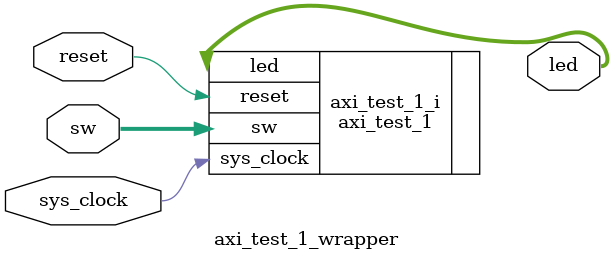
<source format=v>
`timescale 1 ps / 1 ps

module axi_test_1_wrapper
   (led,
    reset,
    sw,
    sys_clock);
  output [14:0]led;
  input reset;
  input [15:0]sw;
  input sys_clock;

  wire [14:0]led;
  wire reset;
  wire [15:0]sw;
  wire sys_clock;

  axi_test_1 axi_test_1_i
       (.led(led),
        .reset(reset),
        .sw(sw),
        .sys_clock(sys_clock));
endmodule

</source>
